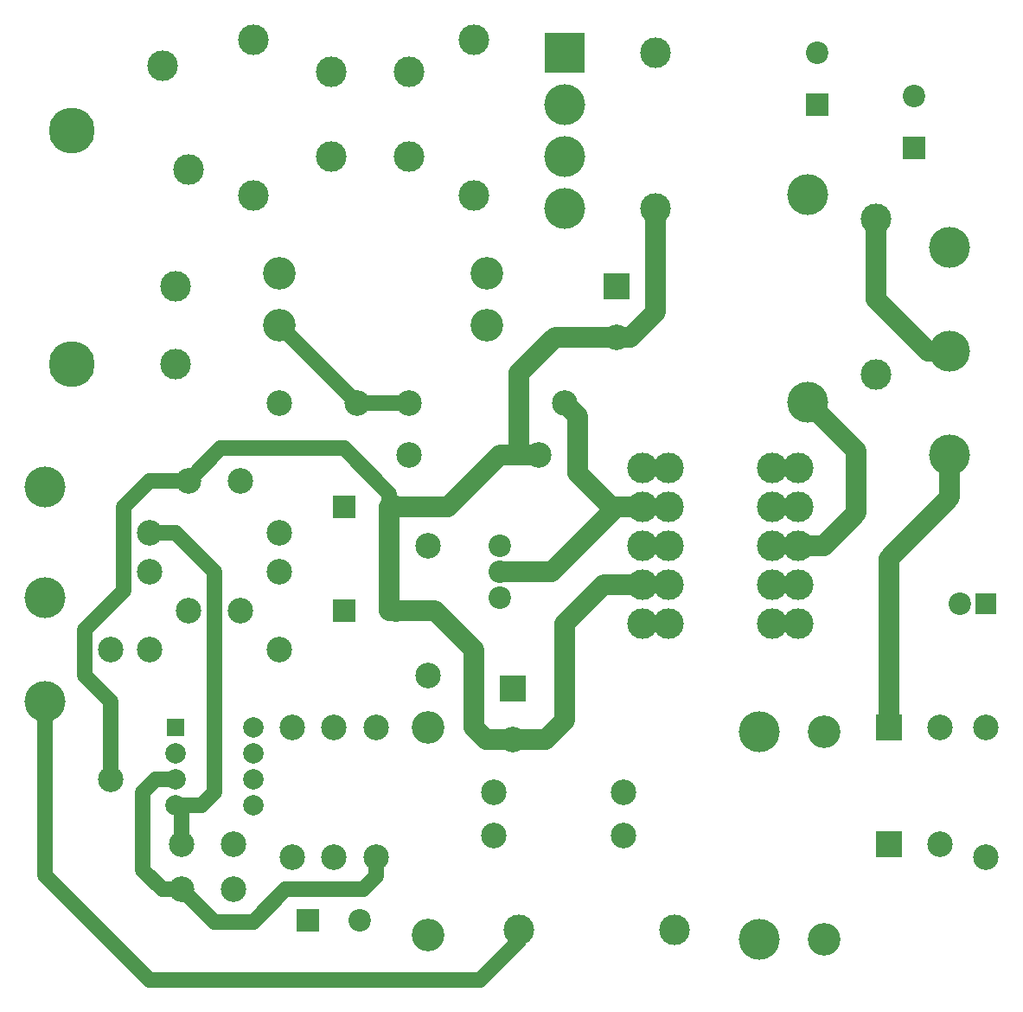
<source format=gbr>
G04 DipTrace 4.1.0.1*
G04 1 - Top.gbr*
%MOIN*%
G04 #@! TF.FileFunction,Copper,L1,Top*
G04 #@! TF.Part,Single*
G04 #@! TA.AperFunction,Conductor*
%ADD13C,0.07874*%
%ADD14C,0.059055*%
G04 #@! TA.AperFunction,ComponentPad*
%ADD15C,0.11811*%
%ADD16R,0.098425X0.098425*%
%ADD17C,0.098425*%
%ADD18C,0.086614*%
%ADD19R,0.086614X0.086614*%
%ADD20R,0.15748X0.15748*%
%ADD21C,0.15748*%
%ADD22C,0.15748*%
%ADD23C,0.086614*%
%ADD24R,0.07874X0.07874*%
%ADD25C,0.177165*%
%ADD26C,0.11811*%
%ADD27C,0.125984*%
%ADD28C,0.098425*%
%ADD29R,0.070866X0.070866*%
%ADD30C,0.07874*%
%FSLAX26Y26*%
G04*
G70*
G90*
G75*
G01*
G04 Top*
%LPD*%
X2943701Y3443701D2*
D13*
Y3043701D1*
X2846850Y2946850D1*
X2793701D1*
X2556890D1*
X2418701Y2808661D1*
Y2493701D1*
X2493701D1*
X2343701D1*
X2143701Y2293701D1*
X1943701D1*
X1918701D1*
Y1893701D1*
X1943701D1*
X2093701D1*
X2243701Y1743701D1*
Y1443701D1*
X2290551Y1396850D1*
X2393706D1*
X2521850D1*
X2593701Y1468701D1*
Y1843701D1*
X2743701Y1993701D1*
X2893701D1*
X1943701Y2293701D2*
D14*
X1918701Y2318701D1*
Y2343701D1*
X1743701Y2518701D1*
X1268701D1*
X1143701Y2393701D1*
X993701D1*
X893701Y2293701D1*
Y1968701D1*
X743701Y1818701D1*
Y1643701D1*
X843701Y1543701D1*
Y1243701D1*
X590551Y1543701D2*
Y871850D1*
X993701Y468701D1*
X2268701D1*
X2418710Y618710D1*
Y664570D1*
X1493701Y2993701D2*
X1793701Y2693701D1*
X1993701D1*
X2893701Y2293701D2*
D13*
X2793701D1*
X2543701Y2043701D1*
X2343701D1*
X2593701Y2693701D2*
X2643701Y2643701D1*
Y2423155D1*
X2773155Y2293701D1*
X2793701D1*
X1868701Y941339D2*
D14*
Y868701D1*
X1818701Y818701D1*
X1518701D1*
X1393701Y693701D1*
X1243697D1*
X1118701Y818697D1*
X1043705D1*
X968701Y893701D1*
Y1193701D1*
X1018701Y1243701D1*
X1093701D1*
X3793701Y3402756D2*
D13*
Y3093701D1*
X3993701Y2893701D1*
X4079528D1*
X993701Y2193701D2*
D14*
X1093701D1*
X1243701Y2043701D1*
Y1193701D1*
X1193701Y1143701D1*
X1118701D1*
X1093701D1*
X1118701Y993701D2*
Y1143701D1*
X3493701Y2143701D2*
D13*
X3593701D1*
X3718701Y2268701D1*
Y2509933D1*
X3531201Y2697433D1*
X3843701Y1443701D2*
Y2093701D1*
X4079528Y2329528D1*
Y2493701D1*
D15*
X1393701Y3493701D3*
Y4093701D3*
X2243701Y3493701D3*
Y4093701D3*
X2943701Y3443701D3*
Y4043701D3*
D16*
X2793701Y3143701D3*
D17*
Y2946850D3*
D16*
X2393701Y1593701D3*
D17*
X2393706Y1396850D3*
X1793701Y2693700D3*
X1493701Y2693694D3*
D18*
X1943701Y1893701D3*
D19*
X1743701D3*
D18*
X1943701Y2293701D3*
D19*
X1743701D3*
D17*
X1318701Y818700D3*
X1118701Y818696D3*
X1143701Y1893701D3*
X1343701D3*
X1318701Y993701D3*
X1118701D3*
X1143701Y2393701D3*
X1343701D3*
D16*
X3843701Y993701D3*
D17*
X4040551D3*
D16*
X3843701Y1443701D3*
D17*
X4040551D3*
D15*
X2418710Y664566D3*
X3018710Y664592D3*
D18*
X3568701Y4043701D3*
D19*
Y3843701D3*
D18*
X3942126Y3877552D3*
D19*
Y3677552D3*
D18*
X1803944Y699216D3*
D19*
X1603944Y699210D3*
D20*
X2593701Y4043701D3*
D21*
Y3843701D3*
Y3643701D3*
Y3443701D3*
D17*
X1993701Y2693701D3*
X2593701D3*
X1993701Y2493701D3*
X2493701D3*
X1703944Y1441339D3*
Y941339D3*
X1543701Y1441339D3*
Y941339D3*
D22*
X3343701Y627953D3*
Y1427953D3*
D23*
X4118701Y1918700D3*
D24*
X4218701Y1918702D3*
D22*
X3531201Y3497433D3*
Y2697433D3*
D25*
X693701Y2843701D3*
Y3743701D3*
D21*
X590551Y2368701D3*
Y1943701D3*
Y1543701D3*
X4079528Y3293701D3*
Y2493701D3*
Y2893701D3*
D23*
X2343701Y2143701D3*
Y2043701D3*
Y1943701D3*
D26*
X1093701Y2843701D3*
X1093695Y3143701D3*
D27*
X2293701Y2993701D3*
X1493701D3*
X2293701Y3193701D3*
X1493701D3*
X2068701Y1443701D3*
Y643701D3*
D28*
Y2143701D3*
Y1643701D3*
X1868701Y1441339D3*
Y941339D3*
X1493701Y2043701D3*
X993701D3*
X1493701Y1743701D3*
X993701D3*
X843701D3*
Y1243701D3*
X1493701Y2193701D3*
X993701D3*
X2822047Y1191339D3*
X2322047D3*
D27*
X3593701Y627559D3*
Y1427559D3*
D28*
X4218701Y941339D3*
Y1441339D3*
D15*
X3793701Y3402756D3*
Y2802756D3*
D28*
X2322047Y1027559D3*
X2822047D3*
D15*
X1693701Y3643701D3*
X1993701D3*
X1693701Y3968701D3*
X1993701D3*
X2893701Y2443701D3*
Y2293701D3*
Y2143701D3*
Y1993701D3*
Y1843701D3*
X3493701D3*
Y1993701D3*
Y2143701D3*
Y2293701D3*
Y2443701D3*
X2993701D3*
Y2293701D3*
Y2143701D3*
Y1993701D3*
Y1843701D3*
X3393701D3*
Y1993701D3*
Y2143701D3*
Y2293701D3*
Y2443701D3*
D29*
X1093701Y1443701D3*
D30*
Y1343701D3*
Y1243701D3*
Y1143701D3*
X1393701D3*
Y1243701D3*
Y1343701D3*
Y1443701D3*
D15*
X1143701Y3593701D3*
X1043701Y3993701D3*
M02*

</source>
